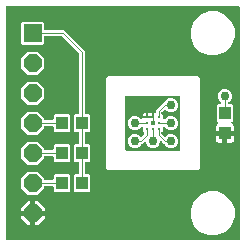
<source format=gbr>
G04 EAGLE Gerber RS-274X export*
G75*
%MOMM*%
%FSLAX34Y34*%
%LPD*%
%INTop Copper*%
%IPPOS*%
%AMOC8*
5,1,8,0,0,1.08239X$1,22.5*%
G01*
%ADD10R,0.381000X0.381000*%
%ADD11C,0.300000*%
%ADD12R,1.000000X1.100000*%
%ADD13R,1.524000X1.524000*%
%ADD14P,1.649562X8X22.500000*%
%ADD15C,0.025400*%
%ADD16C,0.050800*%
%ADD17C,0.762000*%

G36*
X199702Y2549D02*
X199702Y2549D01*
X199760Y2547D01*
X199842Y2569D01*
X199926Y2581D01*
X199979Y2604D01*
X200035Y2619D01*
X200108Y2662D01*
X200185Y2697D01*
X200230Y2735D01*
X200280Y2764D01*
X200338Y2826D01*
X200402Y2880D01*
X200434Y2929D01*
X200474Y2972D01*
X200513Y3047D01*
X200560Y3117D01*
X200577Y3173D01*
X200604Y3225D01*
X200615Y3293D01*
X200645Y3388D01*
X200648Y3488D01*
X200659Y3556D01*
X200659Y199644D01*
X200651Y199702D01*
X200653Y199760D01*
X200631Y199842D01*
X200619Y199926D01*
X200596Y199979D01*
X200581Y200035D01*
X200538Y200108D01*
X200503Y200185D01*
X200465Y200230D01*
X200436Y200280D01*
X200374Y200338D01*
X200320Y200402D01*
X200271Y200434D01*
X200228Y200474D01*
X200153Y200513D01*
X200083Y200560D01*
X200027Y200577D01*
X199975Y200604D01*
X199907Y200615D01*
X199812Y200645D01*
X199712Y200648D01*
X199644Y200659D01*
X3556Y200659D01*
X3498Y200651D01*
X3440Y200653D01*
X3358Y200631D01*
X3274Y200619D01*
X3221Y200596D01*
X3165Y200581D01*
X3092Y200538D01*
X3015Y200503D01*
X2970Y200465D01*
X2920Y200436D01*
X2862Y200374D01*
X2798Y200320D01*
X2766Y200271D01*
X2726Y200228D01*
X2687Y200153D01*
X2640Y200083D01*
X2623Y200027D01*
X2596Y199975D01*
X2585Y199907D01*
X2555Y199812D01*
X2552Y199712D01*
X2541Y199644D01*
X2541Y3556D01*
X2549Y3498D01*
X2547Y3440D01*
X2569Y3358D01*
X2581Y3274D01*
X2604Y3221D01*
X2619Y3165D01*
X2662Y3092D01*
X2697Y3015D01*
X2735Y2970D01*
X2764Y2920D01*
X2826Y2862D01*
X2880Y2798D01*
X2929Y2766D01*
X2972Y2726D01*
X3047Y2687D01*
X3117Y2640D01*
X3173Y2623D01*
X3225Y2596D01*
X3293Y2585D01*
X3388Y2555D01*
X3488Y2552D01*
X3556Y2541D01*
X199644Y2541D01*
X199702Y2549D01*
G37*
%LPC*%
G36*
X88693Y62102D02*
X88693Y62102D01*
X87502Y63293D01*
X87502Y77458D01*
X87503Y77464D01*
X87503Y125737D01*
X87502Y125745D01*
X87502Y139907D01*
X88693Y141098D01*
X165307Y141098D01*
X166498Y139907D01*
X166498Y63293D01*
X165307Y62102D01*
X88693Y62102D01*
G37*
%LPD*%
G36*
X149411Y78241D02*
X149411Y78241D01*
X149469Y78239D01*
X149551Y78261D01*
X149635Y78273D01*
X149688Y78296D01*
X149744Y78311D01*
X149817Y78354D01*
X149894Y78389D01*
X149939Y78427D01*
X149989Y78456D01*
X150047Y78518D01*
X150111Y78572D01*
X150143Y78621D01*
X150183Y78664D01*
X150222Y78739D01*
X150269Y78809D01*
X150286Y78865D01*
X150313Y78917D01*
X150324Y78985D01*
X150354Y79080D01*
X150357Y79180D01*
X150368Y79248D01*
X150368Y123953D01*
X150360Y124011D01*
X150362Y124069D01*
X150340Y124151D01*
X150328Y124235D01*
X150305Y124288D01*
X150290Y124344D01*
X150247Y124417D01*
X150212Y124494D01*
X150174Y124539D01*
X150145Y124589D01*
X150083Y124647D01*
X150029Y124711D01*
X149980Y124743D01*
X149937Y124783D01*
X149862Y124822D01*
X149792Y124869D01*
X149736Y124886D01*
X149684Y124913D01*
X149616Y124924D01*
X149521Y124954D01*
X149421Y124957D01*
X149353Y124968D01*
X104648Y124968D01*
X104590Y124960D01*
X104532Y124962D01*
X104450Y124940D01*
X104366Y124928D01*
X104313Y124905D01*
X104257Y124890D01*
X104184Y124847D01*
X104107Y124812D01*
X104062Y124774D01*
X104012Y124745D01*
X103954Y124683D01*
X103890Y124629D01*
X103858Y124580D01*
X103818Y124537D01*
X103779Y124462D01*
X103732Y124392D01*
X103715Y124336D01*
X103688Y124284D01*
X103677Y124216D01*
X103647Y124121D01*
X103644Y124021D01*
X103633Y123953D01*
X103633Y79248D01*
X103641Y79190D01*
X103639Y79132D01*
X103661Y79050D01*
X103673Y78966D01*
X103696Y78913D01*
X103711Y78857D01*
X103754Y78784D01*
X103789Y78707D01*
X103827Y78662D01*
X103856Y78612D01*
X103918Y78554D01*
X103972Y78490D01*
X104021Y78458D01*
X104064Y78418D01*
X104139Y78379D01*
X104209Y78332D01*
X104265Y78315D01*
X104317Y78288D01*
X104385Y78277D01*
X104480Y78247D01*
X104580Y78244D01*
X104648Y78233D01*
X149353Y78233D01*
X149411Y78241D01*
G37*
%LPC*%
G36*
X61078Y43267D02*
X61078Y43267D01*
X59887Y44458D01*
X59887Y57142D01*
X61078Y58333D01*
X63618Y58333D01*
X63676Y58341D01*
X63734Y58339D01*
X63816Y58361D01*
X63900Y58373D01*
X63953Y58396D01*
X64009Y58411D01*
X64082Y58454D01*
X64159Y58489D01*
X64204Y58527D01*
X64254Y58556D01*
X64312Y58618D01*
X64376Y58672D01*
X64408Y58721D01*
X64448Y58764D01*
X64487Y58839D01*
X64534Y58909D01*
X64551Y58965D01*
X64578Y59017D01*
X64589Y59085D01*
X64619Y59180D01*
X64622Y59280D01*
X64633Y59348D01*
X64633Y67652D01*
X64625Y67710D01*
X64627Y67768D01*
X64605Y67850D01*
X64593Y67934D01*
X64570Y67987D01*
X64555Y68043D01*
X64512Y68116D01*
X64477Y68193D01*
X64439Y68238D01*
X64410Y68288D01*
X64348Y68346D01*
X64294Y68410D01*
X64245Y68442D01*
X64202Y68482D01*
X64127Y68521D01*
X64057Y68568D01*
X64001Y68585D01*
X63949Y68612D01*
X63881Y68623D01*
X63786Y68653D01*
X63686Y68656D01*
X63618Y68667D01*
X61078Y68667D01*
X59887Y69858D01*
X59887Y82542D01*
X61078Y83733D01*
X63618Y83733D01*
X63676Y83741D01*
X63734Y83739D01*
X63816Y83761D01*
X63900Y83773D01*
X63953Y83796D01*
X64009Y83811D01*
X64082Y83854D01*
X64159Y83889D01*
X64204Y83927D01*
X64254Y83956D01*
X64312Y84018D01*
X64376Y84072D01*
X64408Y84121D01*
X64448Y84164D01*
X64487Y84239D01*
X64534Y84309D01*
X64551Y84365D01*
X64578Y84417D01*
X64589Y84485D01*
X64619Y84580D01*
X64622Y84680D01*
X64633Y84748D01*
X64633Y93052D01*
X64625Y93110D01*
X64627Y93168D01*
X64605Y93250D01*
X64593Y93334D01*
X64570Y93387D01*
X64555Y93443D01*
X64512Y93516D01*
X64477Y93593D01*
X64439Y93638D01*
X64410Y93688D01*
X64348Y93746D01*
X64294Y93810D01*
X64245Y93842D01*
X64202Y93882D01*
X64127Y93921D01*
X64057Y93968D01*
X64001Y93985D01*
X63949Y94012D01*
X63881Y94023D01*
X63786Y94053D01*
X63686Y94056D01*
X63618Y94067D01*
X61078Y94067D01*
X59887Y95258D01*
X59887Y107942D01*
X61078Y109133D01*
X63618Y109133D01*
X63676Y109141D01*
X63734Y109139D01*
X63816Y109161D01*
X63900Y109173D01*
X63953Y109196D01*
X64009Y109211D01*
X64082Y109254D01*
X64159Y109289D01*
X64204Y109327D01*
X64254Y109356D01*
X64312Y109418D01*
X64376Y109472D01*
X64408Y109521D01*
X64448Y109564D01*
X64487Y109639D01*
X64534Y109709D01*
X64551Y109765D01*
X64578Y109817D01*
X64589Y109885D01*
X64619Y109980D01*
X64622Y110080D01*
X64633Y110148D01*
X64633Y160312D01*
X64621Y160399D01*
X64618Y160486D01*
X64601Y160539D01*
X64593Y160594D01*
X64558Y160674D01*
X64531Y160757D01*
X64503Y160796D01*
X64477Y160853D01*
X64381Y160966D01*
X64336Y161030D01*
X50150Y175216D01*
X50080Y175268D01*
X50016Y175328D01*
X49967Y175354D01*
X49923Y175387D01*
X49841Y175418D01*
X49763Y175458D01*
X49716Y175466D01*
X49657Y175488D01*
X49510Y175500D01*
X49432Y175513D01*
X36068Y175513D01*
X36010Y175505D01*
X35952Y175507D01*
X35870Y175485D01*
X35786Y175473D01*
X35733Y175450D01*
X35677Y175435D01*
X35604Y175392D01*
X35527Y175357D01*
X35482Y175319D01*
X35432Y175290D01*
X35374Y175228D01*
X35310Y175174D01*
X35278Y175125D01*
X35238Y175082D01*
X35199Y175007D01*
X35152Y174937D01*
X35135Y174881D01*
X35108Y174829D01*
X35097Y174761D01*
X35067Y174666D01*
X35064Y174566D01*
X35053Y174498D01*
X35053Y169338D01*
X33862Y168147D01*
X16938Y168147D01*
X15747Y169338D01*
X15747Y186262D01*
X16938Y187453D01*
X33862Y187453D01*
X35053Y186262D01*
X35053Y181102D01*
X35061Y181044D01*
X35059Y180986D01*
X35081Y180904D01*
X35093Y180820D01*
X35116Y180767D01*
X35131Y180711D01*
X35174Y180638D01*
X35209Y180561D01*
X35247Y180516D01*
X35276Y180466D01*
X35338Y180408D01*
X35392Y180344D01*
X35441Y180312D01*
X35484Y180272D01*
X35559Y180233D01*
X35629Y180186D01*
X35685Y180169D01*
X35737Y180142D01*
X35805Y180131D01*
X35900Y180101D01*
X36000Y180098D01*
X36068Y180087D01*
X51747Y180087D01*
X69207Y162627D01*
X69207Y110148D01*
X69215Y110092D01*
X69213Y110041D01*
X69214Y110040D01*
X69213Y110032D01*
X69235Y109950D01*
X69247Y109866D01*
X69270Y109813D01*
X69285Y109757D01*
X69328Y109684D01*
X69363Y109607D01*
X69401Y109562D01*
X69430Y109512D01*
X69492Y109454D01*
X69546Y109390D01*
X69595Y109358D01*
X69638Y109318D01*
X69713Y109279D01*
X69783Y109232D01*
X69839Y109215D01*
X69891Y109188D01*
X69959Y109177D01*
X70054Y109147D01*
X70154Y109144D01*
X70222Y109133D01*
X72762Y109133D01*
X73953Y107942D01*
X73953Y95258D01*
X72762Y94067D01*
X70222Y94067D01*
X70164Y94059D01*
X70106Y94061D01*
X70024Y94039D01*
X69940Y94027D01*
X69887Y94004D01*
X69831Y93989D01*
X69758Y93946D01*
X69681Y93911D01*
X69636Y93873D01*
X69586Y93844D01*
X69528Y93782D01*
X69464Y93728D01*
X69432Y93679D01*
X69392Y93636D01*
X69353Y93561D01*
X69306Y93491D01*
X69289Y93435D01*
X69262Y93383D01*
X69251Y93315D01*
X69221Y93220D01*
X69218Y93120D01*
X69207Y93052D01*
X69207Y84748D01*
X69214Y84694D01*
X69213Y84660D01*
X69214Y84657D01*
X69213Y84632D01*
X69235Y84550D01*
X69247Y84466D01*
X69270Y84413D01*
X69285Y84357D01*
X69328Y84284D01*
X69363Y84207D01*
X69401Y84162D01*
X69430Y84112D01*
X69492Y84054D01*
X69546Y83990D01*
X69595Y83958D01*
X69638Y83918D01*
X69713Y83879D01*
X69783Y83832D01*
X69839Y83815D01*
X69891Y83788D01*
X69959Y83777D01*
X70054Y83747D01*
X70154Y83744D01*
X70222Y83733D01*
X72762Y83733D01*
X73953Y82542D01*
X73953Y69858D01*
X72762Y68667D01*
X70222Y68667D01*
X70164Y68659D01*
X70106Y68661D01*
X70024Y68639D01*
X69940Y68627D01*
X69887Y68604D01*
X69831Y68589D01*
X69758Y68546D01*
X69681Y68511D01*
X69636Y68473D01*
X69586Y68444D01*
X69528Y68382D01*
X69464Y68328D01*
X69432Y68279D01*
X69392Y68236D01*
X69353Y68161D01*
X69306Y68091D01*
X69289Y68035D01*
X69262Y67983D01*
X69251Y67915D01*
X69221Y67820D01*
X69218Y67720D01*
X69207Y67652D01*
X69207Y59348D01*
X69214Y59297D01*
X69213Y59278D01*
X69215Y59274D01*
X69213Y59232D01*
X69235Y59150D01*
X69247Y59066D01*
X69270Y59013D01*
X69285Y58957D01*
X69328Y58884D01*
X69363Y58807D01*
X69401Y58762D01*
X69430Y58712D01*
X69492Y58654D01*
X69546Y58590D01*
X69595Y58558D01*
X69638Y58518D01*
X69713Y58479D01*
X69783Y58432D01*
X69839Y58415D01*
X69891Y58388D01*
X69959Y58377D01*
X70054Y58347D01*
X70154Y58344D01*
X70222Y58333D01*
X72762Y58333D01*
X73953Y57142D01*
X73953Y44458D01*
X72762Y43267D01*
X61078Y43267D01*
G37*
%LPD*%
%LPC*%
G36*
X174112Y159259D02*
X174112Y159259D01*
X167297Y162082D01*
X162082Y167297D01*
X159259Y174112D01*
X159259Y181488D01*
X162082Y188303D01*
X167297Y193518D01*
X174112Y196341D01*
X181488Y196341D01*
X188303Y193518D01*
X193518Y188303D01*
X196341Y181488D01*
X196341Y174112D01*
X193518Y167297D01*
X188303Y162082D01*
X181488Y159259D01*
X174112Y159259D01*
G37*
%LPD*%
%LPC*%
G36*
X174112Y6859D02*
X174112Y6859D01*
X167297Y9682D01*
X162082Y14897D01*
X159259Y21712D01*
X159259Y29088D01*
X162082Y35903D01*
X167297Y41118D01*
X174112Y43941D01*
X181488Y43941D01*
X188303Y41118D01*
X193518Y35903D01*
X196341Y29088D01*
X196341Y21712D01*
X193518Y14897D01*
X188303Y9682D01*
X181488Y6859D01*
X174112Y6859D01*
G37*
%LPD*%
%LPC*%
G36*
X110598Y80517D02*
X110598Y80517D01*
X108450Y81407D01*
X106807Y83050D01*
X105917Y85198D01*
X105917Y87522D01*
X106807Y89670D01*
X108450Y91313D01*
X110598Y92203D01*
X112922Y92203D01*
X115070Y91313D01*
X116186Y90196D01*
X116233Y90161D01*
X116273Y90119D01*
X116346Y90076D01*
X116414Y90026D01*
X116468Y90005D01*
X116519Y89975D01*
X116600Y89954D01*
X116679Y89924D01*
X116738Y89920D01*
X116794Y89905D01*
X116878Y89908D01*
X116963Y89901D01*
X117020Y89912D01*
X117078Y89914D01*
X117159Y89940D01*
X117241Y89957D01*
X117293Y89984D01*
X117349Y90002D01*
X117405Y90042D01*
X117494Y90088D01*
X117566Y90156D01*
X117622Y90196D01*
X119543Y92117D01*
X119595Y92187D01*
X119655Y92251D01*
X119681Y92300D01*
X119714Y92344D01*
X119745Y92426D01*
X119785Y92504D01*
X119793Y92552D01*
X119815Y92610D01*
X119825Y92725D01*
X119826Y92730D01*
X119827Y92753D01*
X119827Y92758D01*
X119840Y92835D01*
X119840Y93343D01*
X119828Y93430D01*
X119825Y93517D01*
X119808Y93570D01*
X119800Y93625D01*
X119765Y93704D01*
X119738Y93788D01*
X119710Y93827D01*
X119684Y93884D01*
X119588Y93997D01*
X119543Y94061D01*
X118467Y95137D01*
X118467Y97593D01*
X118463Y97622D01*
X118466Y97652D01*
X118443Y97763D01*
X118427Y97875D01*
X118415Y97902D01*
X118410Y97930D01*
X118357Y98031D01*
X118311Y98134D01*
X118292Y98157D01*
X118279Y98183D01*
X118201Y98265D01*
X118128Y98351D01*
X118103Y98368D01*
X118083Y98389D01*
X117985Y98446D01*
X117891Y98509D01*
X117863Y98518D01*
X117838Y98533D01*
X117728Y98560D01*
X117620Y98595D01*
X117590Y98595D01*
X117562Y98603D01*
X117449Y98599D01*
X117336Y98602D01*
X117307Y98595D01*
X117278Y98594D01*
X117170Y98559D01*
X117061Y98530D01*
X117035Y98515D01*
X117007Y98506D01*
X116944Y98461D01*
X116816Y98385D01*
X116773Y98339D01*
X116734Y98311D01*
X115070Y96647D01*
X112922Y95757D01*
X110598Y95757D01*
X108450Y96647D01*
X106807Y98290D01*
X105917Y100438D01*
X105917Y102762D01*
X106807Y104910D01*
X108450Y106553D01*
X110598Y107443D01*
X112922Y107443D01*
X115070Y106553D01*
X116226Y105397D01*
X116250Y105379D01*
X116269Y105357D01*
X116363Y105294D01*
X116453Y105226D01*
X116481Y105215D01*
X116505Y105199D01*
X116613Y105165D01*
X116719Y105125D01*
X116748Y105122D01*
X116776Y105113D01*
X116890Y105110D01*
X117002Y105101D01*
X117031Y105107D01*
X117060Y105106D01*
X117170Y105135D01*
X117281Y105157D01*
X117307Y105170D01*
X117335Y105178D01*
X117433Y105236D01*
X117533Y105288D01*
X117555Y105308D01*
X117580Y105323D01*
X117657Y105406D01*
X117739Y105484D01*
X117754Y105509D01*
X117774Y105530D01*
X117802Y105585D01*
X122000Y105585D01*
X127000Y105585D01*
X127058Y105593D01*
X127116Y105591D01*
X127198Y105613D01*
X127281Y105624D01*
X127335Y105648D01*
X127391Y105663D01*
X127464Y105706D01*
X127541Y105741D01*
X127585Y105778D01*
X127635Y105808D01*
X127693Y105870D01*
X127758Y105924D01*
X127790Y105973D01*
X127830Y106016D01*
X127868Y106091D01*
X127915Y106161D01*
X127933Y106217D01*
X127959Y106269D01*
X127971Y106337D01*
X128001Y106432D01*
X128004Y106532D01*
X128015Y106600D01*
X128007Y106658D01*
X128008Y106716D01*
X127987Y106798D01*
X127975Y106882D01*
X127951Y106935D01*
X127936Y106992D01*
X127908Y107039D01*
X127947Y107109D01*
X127952Y107127D01*
X127960Y107143D01*
X127972Y107214D01*
X128012Y107386D01*
X128008Y107430D01*
X128015Y107474D01*
X128015Y110511D01*
X128562Y110365D01*
X128611Y110359D01*
X128657Y110344D01*
X128751Y110342D01*
X128844Y110330D01*
X128893Y110338D01*
X128941Y110337D01*
X129032Y110360D01*
X129125Y110375D01*
X129169Y110396D01*
X129216Y110409D01*
X129297Y110457D01*
X129382Y110497D01*
X129419Y110529D01*
X129461Y110554D01*
X129525Y110622D01*
X129596Y110684D01*
X129622Y110726D01*
X129655Y110761D01*
X129698Y110845D01*
X129749Y110924D01*
X129763Y110971D01*
X129785Y111014D01*
X129797Y111087D01*
X129829Y111197D01*
X129830Y111283D01*
X129840Y111345D01*
X129840Y112575D01*
X136287Y119022D01*
X136414Y119040D01*
X136415Y119040D01*
X136417Y119040D01*
X136546Y119099D01*
X136673Y119156D01*
X136674Y119157D01*
X136676Y119158D01*
X136782Y119248D01*
X136890Y119339D01*
X136891Y119341D01*
X136892Y119342D01*
X136900Y119354D01*
X137048Y119576D01*
X137057Y119605D01*
X137070Y119626D01*
X137287Y120150D01*
X138930Y121793D01*
X141078Y122683D01*
X143402Y122683D01*
X145550Y121793D01*
X147193Y120150D01*
X148083Y118002D01*
X148083Y115678D01*
X147193Y113530D01*
X145550Y111887D01*
X143402Y110997D01*
X141078Y110997D01*
X138930Y111887D01*
X137814Y113004D01*
X137767Y113039D01*
X137727Y113081D01*
X137654Y113124D01*
X137586Y113174D01*
X137532Y113195D01*
X137481Y113225D01*
X137400Y113246D01*
X137321Y113276D01*
X137262Y113280D01*
X137206Y113295D01*
X137122Y113292D01*
X137037Y113299D01*
X136980Y113288D01*
X136922Y113286D01*
X136841Y113260D01*
X136759Y113243D01*
X136707Y113216D01*
X136651Y113198D01*
X136595Y113158D01*
X136506Y113112D01*
X136434Y113044D01*
X136378Y113004D01*
X134457Y111083D01*
X134405Y111013D01*
X134345Y110949D01*
X134319Y110900D01*
X134286Y110856D01*
X134255Y110774D01*
X134215Y110696D01*
X134207Y110648D01*
X134185Y110590D01*
X134173Y110442D01*
X134160Y110365D01*
X134160Y109857D01*
X134172Y109770D01*
X134175Y109683D01*
X134192Y109630D01*
X134200Y109575D01*
X134235Y109496D01*
X134262Y109412D01*
X134290Y109373D01*
X134316Y109316D01*
X134412Y109203D01*
X134457Y109139D01*
X135533Y108063D01*
X135533Y105607D01*
X135537Y105577D01*
X135534Y105548D01*
X135557Y105437D01*
X135573Y105325D01*
X135585Y105298D01*
X135590Y105270D01*
X135643Y105169D01*
X135689Y105066D01*
X135708Y105043D01*
X135721Y105017D01*
X135799Y104935D01*
X135872Y104849D01*
X135897Y104832D01*
X135917Y104811D01*
X136015Y104754D01*
X136109Y104691D01*
X136137Y104682D01*
X136162Y104667D01*
X136272Y104640D01*
X136380Y104605D01*
X136410Y104605D01*
X136438Y104597D01*
X136551Y104601D01*
X136664Y104598D01*
X136693Y104605D01*
X136722Y104606D01*
X136830Y104641D01*
X136939Y104670D01*
X136965Y104685D01*
X136993Y104694D01*
X137056Y104739D01*
X137184Y104815D01*
X137227Y104861D01*
X137266Y104889D01*
X138930Y106553D01*
X141078Y107443D01*
X143402Y107443D01*
X145550Y106553D01*
X147193Y104910D01*
X148083Y102762D01*
X148083Y100438D01*
X147193Y98290D01*
X145550Y96647D01*
X143402Y95757D01*
X141078Y95757D01*
X138930Y96647D01*
X137266Y98311D01*
X137242Y98329D01*
X137223Y98351D01*
X137129Y98414D01*
X137039Y98482D01*
X137011Y98493D01*
X136987Y98509D01*
X136879Y98543D01*
X136773Y98583D01*
X136744Y98586D01*
X136716Y98595D01*
X136602Y98598D01*
X136490Y98607D01*
X136461Y98601D01*
X136432Y98602D01*
X136322Y98573D01*
X136211Y98551D01*
X136185Y98538D01*
X136157Y98530D01*
X136059Y98472D01*
X135959Y98420D01*
X135937Y98400D01*
X135912Y98385D01*
X135835Y98302D01*
X135753Y98224D01*
X135738Y98199D01*
X135718Y98178D01*
X135666Y98077D01*
X135609Y97979D01*
X135602Y97951D01*
X135588Y97924D01*
X135575Y97847D01*
X135539Y97704D01*
X135541Y97641D01*
X135533Y97593D01*
X135533Y95137D01*
X134537Y94141D01*
X134485Y94071D01*
X134425Y94007D01*
X134399Y93958D01*
X134366Y93914D01*
X134335Y93832D01*
X134295Y93754D01*
X134287Y93707D01*
X134265Y93648D01*
X134253Y93500D01*
X134240Y93423D01*
X134240Y92755D01*
X134252Y92668D01*
X134255Y92581D01*
X134272Y92528D01*
X134280Y92474D01*
X134315Y92394D01*
X134342Y92311D01*
X134370Y92271D01*
X134396Y92214D01*
X134492Y92101D01*
X134537Y92037D01*
X136378Y90196D01*
X136425Y90161D01*
X136465Y90119D01*
X136538Y90076D01*
X136605Y90026D01*
X136660Y90005D01*
X136710Y89975D01*
X136792Y89954D01*
X136871Y89924D01*
X136929Y89920D01*
X136986Y89905D01*
X137070Y89908D01*
X137154Y89901D01*
X137211Y89912D01*
X137270Y89914D01*
X137350Y89940D01*
X137433Y89957D01*
X137485Y89984D01*
X137540Y90002D01*
X137597Y90042D01*
X137685Y90088D01*
X137757Y90156D01*
X137814Y90196D01*
X138930Y91313D01*
X141078Y92203D01*
X143402Y92203D01*
X145550Y91313D01*
X147193Y89670D01*
X148083Y87522D01*
X148083Y85198D01*
X147193Y83050D01*
X145550Y81407D01*
X143402Y80517D01*
X141078Y80517D01*
X138930Y81407D01*
X137287Y83050D01*
X137070Y83574D01*
X137069Y83575D01*
X137069Y83576D01*
X137000Y83693D01*
X136926Y83818D01*
X136924Y83820D01*
X136924Y83821D01*
X136822Y83916D01*
X136719Y84014D01*
X136717Y84014D01*
X136716Y84015D01*
X136591Y84080D01*
X136466Y84144D01*
X136465Y84144D01*
X136463Y84145D01*
X136448Y84147D01*
X136286Y84179D01*
X134703Y85763D01*
X134576Y85890D01*
X134552Y85907D01*
X134533Y85930D01*
X134439Y85993D01*
X134349Y86061D01*
X134321Y86071D01*
X134297Y86087D01*
X134189Y86122D01*
X134083Y86162D01*
X134054Y86164D01*
X134026Y86173D01*
X133913Y86176D01*
X133800Y86186D01*
X133771Y86180D01*
X133742Y86180D01*
X133632Y86152D01*
X133521Y86130D01*
X133495Y86116D01*
X133467Y86109D01*
X133370Y86051D01*
X133269Y85999D01*
X133247Y85978D01*
X133222Y85963D01*
X133145Y85881D01*
X133063Y85803D01*
X133048Y85778D01*
X133028Y85756D01*
X132976Y85655D01*
X132919Y85558D01*
X132912Y85529D01*
X132898Y85503D01*
X132885Y85426D01*
X132849Y85282D01*
X132851Y85220D01*
X132850Y85215D01*
X131953Y83050D01*
X130310Y81407D01*
X128162Y80517D01*
X125838Y80517D01*
X123690Y81407D01*
X122047Y83050D01*
X121154Y85207D01*
X121156Y85230D01*
X121133Y85341D01*
X121117Y85453D01*
X121105Y85480D01*
X121100Y85509D01*
X121048Y85609D01*
X121001Y85713D01*
X120982Y85735D01*
X120969Y85761D01*
X120891Y85843D01*
X120818Y85930D01*
X120793Y85946D01*
X120773Y85967D01*
X120675Y86025D01*
X120581Y86087D01*
X120553Y86096D01*
X120528Y86111D01*
X120418Y86139D01*
X120310Y86173D01*
X120280Y86174D01*
X120252Y86181D01*
X120139Y86178D01*
X120026Y86180D01*
X119997Y86173D01*
X119968Y86172D01*
X119860Y86137D01*
X119751Y86109D01*
X119725Y86094D01*
X119697Y86085D01*
X119634Y86039D01*
X119506Y85963D01*
X119463Y85918D01*
X119424Y85890D01*
X119297Y85763D01*
X117713Y84178D01*
X117586Y84160D01*
X117585Y84160D01*
X117583Y84160D01*
X117453Y84100D01*
X117327Y84044D01*
X117326Y84043D01*
X117324Y84042D01*
X117218Y83952D01*
X117110Y83861D01*
X117109Y83859D01*
X117108Y83858D01*
X117100Y83846D01*
X116952Y83624D01*
X116943Y83595D01*
X116930Y83574D01*
X116713Y83050D01*
X115070Y81407D01*
X112922Y80517D01*
X110598Y80517D01*
G37*
%LPD*%
%LPC*%
G36*
X21402Y91947D02*
X21402Y91947D01*
X15747Y97602D01*
X15747Y105598D01*
X21402Y111253D01*
X29398Y111253D01*
X35053Y105598D01*
X35053Y104902D01*
X35061Y104844D01*
X35059Y104786D01*
X35081Y104704D01*
X35093Y104620D01*
X35116Y104567D01*
X35131Y104511D01*
X35174Y104438D01*
X35209Y104361D01*
X35247Y104316D01*
X35276Y104266D01*
X35338Y104208D01*
X35392Y104144D01*
X35441Y104112D01*
X35484Y104072D01*
X35559Y104033D01*
X35629Y103986D01*
X35685Y103969D01*
X35737Y103942D01*
X35805Y103931D01*
X35900Y103901D01*
X36000Y103898D01*
X36068Y103887D01*
X41872Y103887D01*
X41930Y103895D01*
X41988Y103893D01*
X42070Y103915D01*
X42154Y103927D01*
X42207Y103950D01*
X42263Y103965D01*
X42336Y104008D01*
X42413Y104043D01*
X42458Y104081D01*
X42508Y104110D01*
X42566Y104172D01*
X42630Y104226D01*
X42662Y104275D01*
X42702Y104318D01*
X42741Y104393D01*
X42788Y104463D01*
X42805Y104519D01*
X42832Y104571D01*
X42843Y104639D01*
X42873Y104734D01*
X42876Y104834D01*
X42887Y104902D01*
X42887Y107942D01*
X44078Y109133D01*
X55762Y109133D01*
X56953Y107942D01*
X56953Y95258D01*
X55762Y94067D01*
X44078Y94067D01*
X42887Y95258D01*
X42887Y98298D01*
X42879Y98356D01*
X42881Y98414D01*
X42859Y98496D01*
X42847Y98580D01*
X42824Y98633D01*
X42809Y98689D01*
X42766Y98762D01*
X42731Y98839D01*
X42693Y98884D01*
X42664Y98934D01*
X42602Y98992D01*
X42548Y99056D01*
X42499Y99088D01*
X42456Y99128D01*
X42381Y99167D01*
X42311Y99214D01*
X42255Y99231D01*
X42203Y99258D01*
X42135Y99269D01*
X42040Y99299D01*
X41940Y99302D01*
X41872Y99313D01*
X36068Y99313D01*
X36010Y99305D01*
X35952Y99307D01*
X35870Y99285D01*
X35786Y99273D01*
X35733Y99250D01*
X35677Y99235D01*
X35604Y99192D01*
X35527Y99157D01*
X35482Y99119D01*
X35432Y99090D01*
X35374Y99028D01*
X35310Y98974D01*
X35278Y98925D01*
X35238Y98882D01*
X35199Y98807D01*
X35152Y98737D01*
X35135Y98681D01*
X35108Y98629D01*
X35097Y98561D01*
X35067Y98466D01*
X35064Y98366D01*
X35053Y98298D01*
X35053Y97602D01*
X29398Y91947D01*
X21402Y91947D01*
G37*
%LPD*%
%LPC*%
G36*
X21402Y66547D02*
X21402Y66547D01*
X15747Y72202D01*
X15747Y80198D01*
X21402Y85853D01*
X29398Y85853D01*
X35053Y80198D01*
X35053Y79502D01*
X35061Y79444D01*
X35059Y79386D01*
X35081Y79304D01*
X35093Y79220D01*
X35116Y79167D01*
X35131Y79111D01*
X35174Y79038D01*
X35209Y78961D01*
X35247Y78916D01*
X35276Y78866D01*
X35338Y78808D01*
X35392Y78744D01*
X35441Y78712D01*
X35484Y78672D01*
X35559Y78633D01*
X35629Y78586D01*
X35685Y78569D01*
X35737Y78542D01*
X35805Y78531D01*
X35900Y78501D01*
X36000Y78498D01*
X36068Y78487D01*
X41872Y78487D01*
X41930Y78495D01*
X41988Y78493D01*
X42070Y78515D01*
X42154Y78527D01*
X42207Y78550D01*
X42263Y78565D01*
X42336Y78608D01*
X42413Y78643D01*
X42458Y78681D01*
X42508Y78710D01*
X42566Y78772D01*
X42630Y78826D01*
X42662Y78875D01*
X42702Y78918D01*
X42741Y78993D01*
X42788Y79063D01*
X42805Y79119D01*
X42832Y79171D01*
X42843Y79239D01*
X42873Y79334D01*
X42876Y79434D01*
X42887Y79502D01*
X42887Y82542D01*
X44078Y83733D01*
X55762Y83733D01*
X56953Y82542D01*
X56953Y69858D01*
X55762Y68667D01*
X44078Y68667D01*
X42887Y69858D01*
X42887Y72898D01*
X42879Y72956D01*
X42881Y73014D01*
X42859Y73096D01*
X42847Y73180D01*
X42824Y73233D01*
X42809Y73289D01*
X42766Y73362D01*
X42731Y73439D01*
X42693Y73484D01*
X42664Y73534D01*
X42602Y73592D01*
X42548Y73656D01*
X42499Y73688D01*
X42456Y73728D01*
X42381Y73767D01*
X42311Y73814D01*
X42255Y73831D01*
X42203Y73858D01*
X42135Y73869D01*
X42040Y73899D01*
X41940Y73902D01*
X41872Y73913D01*
X36068Y73913D01*
X36010Y73905D01*
X35952Y73907D01*
X35870Y73885D01*
X35786Y73873D01*
X35733Y73850D01*
X35677Y73835D01*
X35604Y73792D01*
X35527Y73757D01*
X35482Y73719D01*
X35432Y73690D01*
X35374Y73628D01*
X35310Y73574D01*
X35278Y73525D01*
X35238Y73482D01*
X35199Y73407D01*
X35152Y73337D01*
X35135Y73281D01*
X35108Y73229D01*
X35097Y73161D01*
X35067Y73066D01*
X35064Y72966D01*
X35053Y72898D01*
X35053Y72202D01*
X29398Y66547D01*
X21402Y66547D01*
G37*
%LPD*%
%LPC*%
G36*
X21402Y41147D02*
X21402Y41147D01*
X15747Y46802D01*
X15747Y54798D01*
X21402Y60453D01*
X29398Y60453D01*
X35053Y54798D01*
X35053Y54102D01*
X35061Y54044D01*
X35059Y53986D01*
X35081Y53904D01*
X35093Y53820D01*
X35116Y53767D01*
X35131Y53711D01*
X35174Y53638D01*
X35209Y53561D01*
X35247Y53516D01*
X35276Y53466D01*
X35338Y53408D01*
X35392Y53344D01*
X35441Y53312D01*
X35484Y53272D01*
X35559Y53233D01*
X35629Y53186D01*
X35685Y53169D01*
X35737Y53142D01*
X35805Y53131D01*
X35900Y53101D01*
X36000Y53098D01*
X36068Y53087D01*
X41872Y53087D01*
X41930Y53095D01*
X41988Y53093D01*
X42070Y53115D01*
X42154Y53127D01*
X42207Y53150D01*
X42263Y53165D01*
X42336Y53208D01*
X42413Y53243D01*
X42458Y53281D01*
X42508Y53310D01*
X42566Y53372D01*
X42630Y53426D01*
X42662Y53475D01*
X42702Y53518D01*
X42741Y53593D01*
X42788Y53663D01*
X42805Y53719D01*
X42832Y53771D01*
X42843Y53839D01*
X42873Y53934D01*
X42876Y54034D01*
X42887Y54102D01*
X42887Y57142D01*
X44078Y58333D01*
X55762Y58333D01*
X56953Y57142D01*
X56953Y44458D01*
X55762Y43267D01*
X44078Y43267D01*
X42887Y44458D01*
X42887Y47498D01*
X42879Y47556D01*
X42881Y47614D01*
X42859Y47696D01*
X42847Y47780D01*
X42824Y47833D01*
X42809Y47889D01*
X42766Y47962D01*
X42731Y48039D01*
X42693Y48084D01*
X42664Y48134D01*
X42602Y48192D01*
X42548Y48256D01*
X42499Y48288D01*
X42456Y48328D01*
X42381Y48367D01*
X42311Y48414D01*
X42255Y48431D01*
X42203Y48458D01*
X42135Y48469D01*
X42040Y48499D01*
X41940Y48502D01*
X41872Y48513D01*
X36068Y48513D01*
X36010Y48505D01*
X35952Y48507D01*
X35870Y48485D01*
X35786Y48473D01*
X35733Y48450D01*
X35677Y48435D01*
X35604Y48392D01*
X35527Y48357D01*
X35482Y48319D01*
X35432Y48290D01*
X35374Y48228D01*
X35310Y48174D01*
X35278Y48125D01*
X35238Y48082D01*
X35199Y48007D01*
X35152Y47937D01*
X35135Y47881D01*
X35108Y47829D01*
X35097Y47761D01*
X35067Y47666D01*
X35064Y47566D01*
X35053Y47498D01*
X35053Y46802D01*
X29398Y41147D01*
X21402Y41147D01*
G37*
%LPD*%
%LPC*%
G36*
X187959Y93099D02*
X187959Y93099D01*
X187959Y94116D01*
X187951Y94174D01*
X187952Y94232D01*
X187931Y94314D01*
X187919Y94397D01*
X187895Y94451D01*
X187881Y94507D01*
X187838Y94580D01*
X187803Y94657D01*
X187765Y94701D01*
X187735Y94752D01*
X187674Y94809D01*
X187619Y94874D01*
X187571Y94906D01*
X187528Y94946D01*
X187453Y94985D01*
X187383Y95031D01*
X187327Y95049D01*
X187275Y95076D01*
X187207Y95087D01*
X187112Y95117D01*
X187012Y95120D01*
X186944Y95131D01*
X180419Y95131D01*
X180419Y98934D01*
X180592Y99581D01*
X180927Y100160D01*
X181400Y100633D01*
X181936Y100942D01*
X181974Y100972D01*
X182017Y100995D01*
X182085Y101059D01*
X182159Y101118D01*
X182188Y101157D01*
X182223Y101191D01*
X182271Y101272D01*
X182326Y101348D01*
X182342Y101394D01*
X182367Y101436D01*
X182390Y101527D01*
X182422Y101615D01*
X182425Y101664D01*
X182437Y101711D01*
X182434Y101805D01*
X182440Y101899D01*
X182430Y101947D01*
X182428Y101996D01*
X182399Y102085D01*
X182379Y102177D01*
X182356Y102220D01*
X182341Y102266D01*
X182298Y102326D01*
X182243Y102427D01*
X182182Y102488D01*
X182146Y102539D01*
X180927Y103758D01*
X180927Y116442D01*
X182118Y117633D01*
X184073Y117633D01*
X184102Y117637D01*
X184132Y117634D01*
X184243Y117657D01*
X184355Y117673D01*
X184382Y117685D01*
X184410Y117690D01*
X184511Y117743D01*
X184614Y117789D01*
X184637Y117808D01*
X184663Y117821D01*
X184745Y117899D01*
X184831Y117972D01*
X184848Y117997D01*
X184869Y118017D01*
X184926Y118115D01*
X184989Y118209D01*
X184998Y118237D01*
X185013Y118262D01*
X185040Y118372D01*
X185075Y118480D01*
X185075Y118510D01*
X185083Y118538D01*
X185079Y118651D01*
X185082Y118764D01*
X185075Y118793D01*
X185074Y118822D01*
X185039Y118930D01*
X185010Y119039D01*
X184995Y119065D01*
X184986Y119093D01*
X184941Y119156D01*
X184865Y119284D01*
X184819Y119327D01*
X184791Y119366D01*
X183007Y121150D01*
X182117Y123298D01*
X182117Y125622D01*
X183007Y127770D01*
X184650Y129413D01*
X186798Y130303D01*
X189122Y130303D01*
X191270Y129413D01*
X192913Y127770D01*
X193803Y125622D01*
X193803Y123298D01*
X192913Y121150D01*
X191129Y119366D01*
X191111Y119342D01*
X191089Y119323D01*
X191026Y119229D01*
X190958Y119139D01*
X190947Y119111D01*
X190931Y119087D01*
X190897Y118979D01*
X190857Y118873D01*
X190854Y118844D01*
X190845Y118816D01*
X190842Y118702D01*
X190833Y118590D01*
X190839Y118561D01*
X190838Y118532D01*
X190867Y118422D01*
X190889Y118311D01*
X190902Y118285D01*
X190910Y118257D01*
X190968Y118159D01*
X191020Y118059D01*
X191040Y118037D01*
X191055Y118012D01*
X191138Y117935D01*
X191216Y117853D01*
X191241Y117838D01*
X191262Y117818D01*
X191363Y117766D01*
X191461Y117709D01*
X191489Y117702D01*
X191516Y117688D01*
X191593Y117675D01*
X191736Y117639D01*
X191799Y117641D01*
X191847Y117633D01*
X193802Y117633D01*
X194993Y116442D01*
X194993Y103758D01*
X193774Y102539D01*
X193745Y102501D01*
X193709Y102468D01*
X193660Y102387D01*
X193603Y102312D01*
X193586Y102267D01*
X193560Y102225D01*
X193535Y102134D01*
X193502Y102047D01*
X193498Y101998D01*
X193485Y101951D01*
X193486Y101857D01*
X193478Y101763D01*
X193488Y101716D01*
X193489Y101667D01*
X193516Y101577D01*
X193534Y101485D01*
X193557Y101441D01*
X193571Y101395D01*
X193622Y101316D01*
X193665Y101232D01*
X193699Y101197D01*
X193725Y101156D01*
X193783Y101109D01*
X193861Y101026D01*
X193936Y100982D01*
X193984Y100942D01*
X194520Y100633D01*
X194993Y100160D01*
X195328Y99581D01*
X195501Y98934D01*
X195501Y95131D01*
X188976Y95131D01*
X188918Y95123D01*
X188860Y95124D01*
X188778Y95103D01*
X188695Y95091D01*
X188641Y95067D01*
X188585Y95053D01*
X188512Y95010D01*
X188435Y94975D01*
X188391Y94937D01*
X188340Y94907D01*
X188283Y94846D01*
X188218Y94791D01*
X188186Y94743D01*
X188146Y94700D01*
X188107Y94625D01*
X188061Y94555D01*
X188043Y94499D01*
X188016Y94447D01*
X188005Y94379D01*
X187975Y94284D01*
X187972Y94184D01*
X187961Y94116D01*
X187961Y93099D01*
X187959Y93099D01*
G37*
%LPD*%
%LPC*%
G36*
X21402Y142747D02*
X21402Y142747D01*
X15747Y148402D01*
X15747Y156398D01*
X21402Y162053D01*
X29398Y162053D01*
X35053Y156398D01*
X35053Y148402D01*
X29398Y142747D01*
X21402Y142747D01*
G37*
%LPD*%
%LPC*%
G36*
X21402Y117347D02*
X21402Y117347D01*
X15747Y123002D01*
X15747Y130998D01*
X21402Y136653D01*
X29398Y136653D01*
X35053Y130998D01*
X35053Y123002D01*
X29398Y117347D01*
X21402Y117347D01*
G37*
%LPD*%
%LPC*%
G36*
X27431Y27431D02*
X27431Y27431D01*
X27431Y35561D01*
X29609Y35561D01*
X35561Y29609D01*
X35561Y27431D01*
X27431Y27431D01*
G37*
%LPD*%
%LPC*%
G36*
X15239Y27431D02*
X15239Y27431D01*
X15239Y29609D01*
X21191Y35561D01*
X23369Y35561D01*
X23369Y27431D01*
X15239Y27431D01*
G37*
%LPD*%
%LPC*%
G36*
X27431Y15239D02*
X27431Y15239D01*
X27431Y23369D01*
X35561Y23369D01*
X35561Y21191D01*
X29609Y15239D01*
X27431Y15239D01*
G37*
%LPD*%
%LPC*%
G36*
X21191Y15239D02*
X21191Y15239D01*
X15239Y21191D01*
X15239Y23369D01*
X23369Y23369D01*
X23369Y15239D01*
X21191Y15239D01*
G37*
%LPD*%
%LPC*%
G36*
X189991Y85059D02*
X189991Y85059D01*
X189991Y91069D01*
X195501Y91069D01*
X195501Y87266D01*
X195328Y86619D01*
X194993Y86040D01*
X194520Y85567D01*
X193941Y85232D01*
X193294Y85059D01*
X189991Y85059D01*
G37*
%LPD*%
%LPC*%
G36*
X182626Y85059D02*
X182626Y85059D01*
X181979Y85232D01*
X181400Y85567D01*
X180927Y86040D01*
X180592Y86619D01*
X180419Y87266D01*
X180419Y91069D01*
X185929Y91069D01*
X185929Y85059D01*
X182626Y85059D01*
G37*
%LPD*%
%LPC*%
G36*
X123015Y107615D02*
X123015Y107615D01*
X123015Y110511D01*
X123560Y110365D01*
X123992Y110116D01*
X124065Y110086D01*
X124132Y110048D01*
X124196Y110034D01*
X124256Y110009D01*
X124333Y110001D01*
X124409Y109984D01*
X124474Y109987D01*
X124539Y109980D01*
X124615Y109994D01*
X124693Y109998D01*
X124745Y110018D01*
X124819Y110031D01*
X124935Y110088D01*
X125008Y110116D01*
X125440Y110365D01*
X125985Y110511D01*
X125985Y107615D01*
X123015Y107615D01*
G37*
%LPD*%
%LPC*%
G36*
X118089Y107615D02*
X118089Y107615D01*
X118235Y108160D01*
X118767Y109081D01*
X119519Y109833D01*
X120440Y110365D01*
X120985Y110511D01*
X120985Y107615D01*
X118089Y107615D01*
G37*
%LPD*%
%LPC*%
G36*
X25399Y25399D02*
X25399Y25399D01*
X25399Y25401D01*
X25401Y25401D01*
X25401Y25399D01*
X25399Y25399D01*
G37*
%LPD*%
D10*
X127000Y101600D03*
D11*
X122000Y106600D03*
X127000Y106600D03*
X132000Y106600D03*
X122000Y101600D03*
X132000Y101600D03*
X122000Y96600D03*
X127000Y96600D03*
X132000Y96600D03*
D12*
X187960Y110100D03*
X187960Y93100D03*
D13*
X25400Y177800D03*
D14*
X25400Y152400D03*
X25400Y127000D03*
X25400Y101600D03*
X25400Y76200D03*
X25400Y50800D03*
X25400Y25400D03*
D12*
X49920Y50800D03*
X66920Y50800D03*
X49920Y76200D03*
X66920Y76200D03*
X49920Y101600D03*
X66920Y101600D03*
D15*
X132000Y96600D02*
X132080Y96520D01*
X132080Y91440D01*
X137160Y86360D01*
X142240Y86360D01*
D16*
X49920Y76200D02*
X25400Y76200D01*
D17*
X142240Y86360D03*
D15*
X127000Y86360D02*
X127000Y96600D01*
D16*
X49920Y101600D02*
X25400Y101600D01*
D17*
X127000Y86360D03*
D15*
X127000Y101600D02*
X127000Y106600D01*
X122000Y106600D02*
X122000Y114220D01*
X119380Y116840D01*
X111760Y116840D01*
X127000Y116840D02*
X127000Y106600D01*
D17*
X111760Y116840D03*
X127000Y116840D03*
D15*
X132000Y111680D02*
X132000Y106600D01*
X132000Y111680D02*
X137160Y116840D01*
X142240Y116840D01*
D16*
X187960Y110100D02*
X187960Y124460D01*
X66920Y101600D02*
X66920Y76200D01*
X66920Y50800D01*
X66920Y101600D02*
X66920Y161680D01*
X50800Y177800D01*
X25400Y177800D01*
D17*
X142240Y116840D03*
X187960Y124460D03*
D15*
X142240Y101600D02*
X132000Y101600D01*
D16*
X49920Y50800D02*
X25400Y50800D01*
D17*
X142240Y101600D03*
D15*
X122000Y96600D02*
X122000Y91520D01*
X116840Y86360D01*
X111760Y86360D01*
D17*
X111760Y86360D03*
D15*
X111760Y101600D02*
X122000Y101600D01*
D17*
X111760Y101600D03*
M02*

</source>
